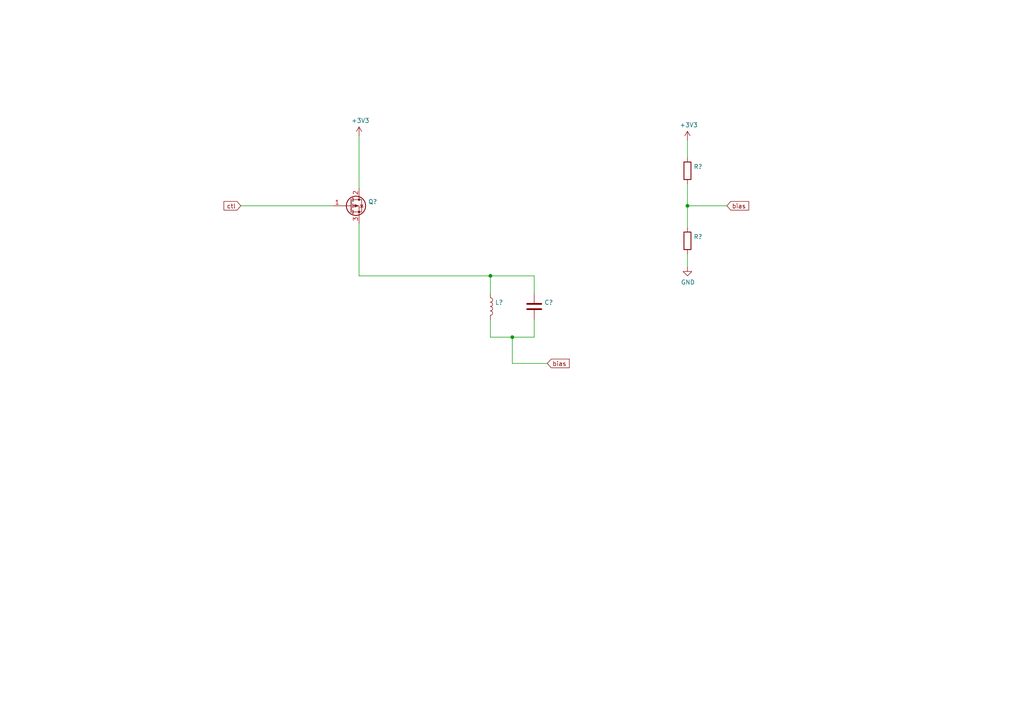
<source format=kicad_sch>
(kicad_sch (version 20211123) (generator eeschema)
  (paper "A4")
  (lib_symbols
    (symbol "Device:C" (pin_numbers hide) (pin_names (offset 0.254))
      (property "Reference" "C" (at 0.635 2.54 0))
      (property "Value" "C" (at 0.635 -2.54 0))
      (symbol "C_0_1"
        (polyline (pts (xy -2.032 -0.762) (xy 2.032 -0.762)) (stroke (width 0.508)))
        (polyline (pts (xy -2.032 0.762) (xy 2.032 0.762)) (stroke (width 0.508)))
      )
      (symbol "C_1_1"
        (pin passive line (at 0 3.81 270) (length 2.794) (name "~") (number "1"))
        (pin passive line (at 0 -3.81 90) (length 2.794) (name "~") (number "2"))
      )
    )
    (symbol "Device:L" (pin_numbers hide) (pin_names (offset 1.016) hide)
      (property "Reference" "L" (at -1.27 0 90))
      (property "Value" "L" (at 1.905 0 90))
      (symbol "L_0_1"
        (arc (start 0 -2.54) (mid 0.635 -1.905) (end 0 -1.27))
        (arc (start 0 -1.27) (mid 0.635 -0.635) (end 0 0))
        (arc (start 0 0) (mid 0.635 0.635) (end 0 1.27))
        (arc (start 0 1.27) (mid 0.635 1.905) (end 0 2.54))
      )
      (symbol "L_1_1"
        (pin passive line (at 0 3.81 270) (length 1.27) (name "1") (number "1"))
        (pin passive line (at 0 -3.81 90) (length 1.27) (name "2") (number "2"))
      )
    )
    (symbol "Device:R" (pin_numbers hide) (pin_names (offset 0))
      (property "Reference" "R" (at 2.032 0 90))
      (property "Value" "R" (at 0 0 90))
      (symbol "R_0_1"
        (rectangle (start -1.016 -2.54) (end 1.016 2.54) (stroke (width 0.254)))
      )
      (symbol "R_1_1"
        (pin passive line (at 0 3.81 270) (length 1.27) (name "~") (number "1"))
        (pin passive line (at 0 -3.81 90) (length 1.27) (name "~") (number "2"))
      )
    )
    (symbol "Transistor_FET:IRF9540N" (pin_names hide)
      (property "Reference" "Q" (at 5.08 1.905 0))
      (property "Value" "IRF9540N" (at 5.08 0 0))
      (symbol "IRF9540N_0_1"
        (polyline (pts (xy 0.254 0) (xy -2.54 0)))
        (polyline (pts (xy 0.254 1.905) (xy 0.254 -1.905)) (stroke (width 0.254)))
        (polyline (pts (xy 0.762 -1.27) (xy 0.762 -2.286)) (stroke (width 0.254)))
        (polyline (pts (xy 0.762 0.508) (xy 0.762 -0.508)) (stroke (width 0.254)))
        (polyline (pts (xy 0.762 2.286) (xy 0.762 1.27)) (stroke (width 0.254)))
        (polyline (pts (xy 2.54 2.54) (xy 2.54 1.778)))
        (polyline (pts (xy 2.54 -2.54) (xy 2.54 0) (xy 0.762 0)))
        (polyline (pts (xy 0.762 1.778) (xy 3.302 1.778) (xy 3.302 -1.778) (xy 0.762 -1.778)))
        (polyline (pts (xy 2.286 0) (xy 1.27 0.381) (xy 1.27 -0.381) (xy 2.286 0)) (fill (type outline)))
        (polyline (pts (xy 2.794 -0.508) (xy 2.921 -0.381) (xy 3.683 -0.381) (xy 3.81 -0.254)))
        (polyline (pts (xy 3.302 -0.381) (xy 2.921 0.254) (xy 3.683 0.254) (xy 3.302 -0.381)))
        (circle (center 1.651 0) (radius 2.794) (stroke (width 0.254)))
        (circle (center 2.54 -1.778) (radius 0.254) (fill (type outline)))
        (circle (center 2.54 1.778) (radius 0.254) (fill (type outline)))
      )
      (symbol "IRF9540N_1_1"
        (pin input line (at -5.08 0 0) (length 2.54) (name "G") (number "1"))
        (pin passive line (at 2.54 5.08 270) (length 2.54) (name "D") (number "2"))
        (pin passive line (at 2.54 -5.08 90) (length 2.54) (name "S") (number "3"))
      )
    )
    (symbol "power:+3V3" (power) (pin_names (offset 0))
      (property "Value" "+3V3" (at 0 3.556 0))
      (symbol "+3V3_0_1"
        (polyline (pts (xy -0.762 1.27) (xy 0 2.54)))
        (polyline (pts (xy 0 0) (xy 0 2.54)))
        (polyline (pts (xy 0 2.54) (xy 0.762 1.27)))
      )
      (symbol "+3V3_1_1"
        (pin power_in line (at 0 0 90) (length 0) hide (name "+3V3") (number "1"))
      )
    )
    (symbol "power:GND" (power) (pin_names (offset 0))
      (property "Value" "GND" (at 0 -3.81 0))
      (symbol "GND_0_1"
        (polyline (pts (xy 0 0) (xy 0 -1.27) (xy 1.27 -1.27) (xy 0 -2.54) (xy -1.27 -1.27) (xy 0 -1.27)))
      )
      (symbol "GND_1_1"
        (pin power_in line (at 0 0 270) (length 0) hide (name "GND") (number "1"))
      )
    )
  )
  (junction (at 148.59 97.79))
  (junction (at 199.39 59.69))
  (junction (at 142.24 80.01))
  (wire (pts (xy 199.39 53.34) (xy 199.39 59.69)))
  (wire (pts (xy 104.14 80.01) (xy 142.24 80.01)))
  (wire (pts (xy 142.24 92.71) (xy 142.24 97.79)))
  (wire (pts (xy 142.24 80.01) (xy 154.94 80.01)))
  (wire (pts (xy 199.39 73.66) (xy 199.39 77.47)))
  (wire (pts (xy 199.39 40.64) (xy 199.39 45.72)))
  (wire (pts (xy 142.24 85.09) (xy 142.24 80.01)))
  (wire (pts (xy 154.94 80.01) (xy 154.94 85.09)))
  (wire (pts (xy 199.39 59.69) (xy 210.82 59.69)))
  (wire (pts (xy 142.24 97.79) (xy 148.59 97.79)))
  (wire (pts (xy 148.59 105.41) (xy 158.75 105.41)))
  (wire (pts (xy 104.14 39.37) (xy 104.14 54.61)))
  (wire (pts (xy 148.59 97.79) (xy 148.59 105.41)))
  (wire (pts (xy 69.85 59.69) (xy 96.52 59.69)))
  (wire (pts (xy 154.94 97.79) (xy 154.94 92.71)))
  (wire (pts (xy 104.14 64.77) (xy 104.14 80.01)))
  (wire (pts (xy 148.59 97.79) (xy 154.94 97.79)))
  (wire (pts (xy 199.39 66.04) (xy 199.39 59.69)))
  (global_label "bias" (shape input) (at 210.82 59.69 0) (property "Intersheet References" "${INTERSHEET_REFS}" (effects hide)))
  (global_label "bias" (shape input) (at 158.75 105.41 0) (property "Intersheet References" "${INTERSHEET_REFS}" (effects hide)))
  (global_label "ctl" (shape input) (at 69.85 59.69 180) (property "Intersheet References" "${INTERSHEET_REFS}" (effects hide)))
  (symbol (lib_id "Transistor_FET:IRF9540N") (at 101.6 59.69 0) (unit 1)
    (property "Reference" "Q?" (at 106.7816 58.5216 0) (effects (justify left)))
    (property "Datasheet" "http://www.irf.com/product-info/datasheets/data/irf9540n.pdf" (effects hide))
  )
  (symbol (lib_id "power:+3V3") (at 104.14 39.37 0) (unit 1)
    (property "Reference" "#PWR?" (effects hide))
  )
  (symbol (lib_id "power:GND") (at 199.39 77.47 0) (unit 1)
    (property "Reference" "#PWR?" (effects hide))
  )
  (symbol (lib_id "Device:R") (at 199.39 69.85 0) (unit 1)
    (property "Reference" "R?" (at 201.168 68.6816 0) (effects (justify left)))
  )
  (symbol (lib_id "Device:L") (at 142.24 88.9 0) (unit 1)
    (property "Reference" "L?" (at 143.5862 87.7316 0) (effects (justify left)))
  )
  (symbol (lib_id "Device:C") (at 154.94 88.9 0) (unit 1)
    (property "Reference" "C?" (at 157.861 87.7316 0) (effects (justify left)))
  )
  (symbol (lib_id "power:+3V3") (at 199.39 40.64 0) (unit 1)
    (property "Reference" "#PWR?" (effects hide))
  )
  (symbol (lib_id "Device:R") (at 199.39 49.53 0) (unit 1)
    (property "Reference" "R?" (at 201.168 48.3616 0) (effects (justify left)))
  )
)
</source>
